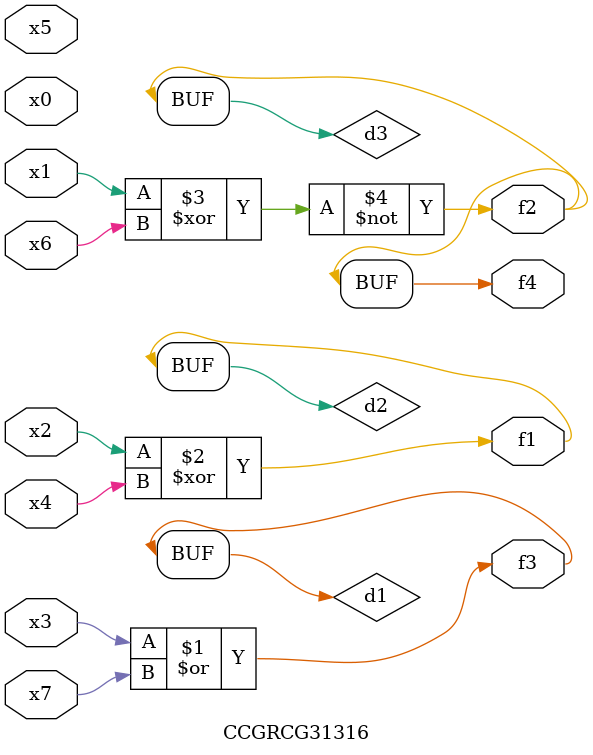
<source format=v>
module CCGRCG31316(
	input x0, x1, x2, x3, x4, x5, x6, x7,
	output f1, f2, f3, f4
);

	wire d1, d2, d3;

	or (d1, x3, x7);
	xor (d2, x2, x4);
	xnor (d3, x1, x6);
	assign f1 = d2;
	assign f2 = d3;
	assign f3 = d1;
	assign f4 = d3;
endmodule

</source>
